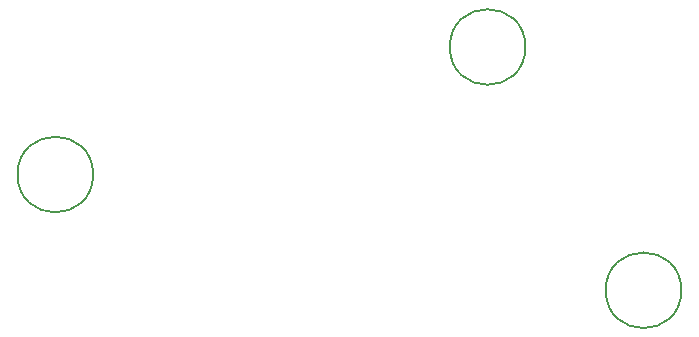
<source format=gbr>
G04 #@! TF.GenerationSoftware,KiCad,Pcbnew,6.0.9-8da3e8f707~116~ubuntu20.04.1*
G04 #@! TF.CreationDate,2023-03-26T14:48:38+00:00*
G04 #@! TF.ProjectId,LEC000042,4c454330-3030-4303-9432-2e6b69636164,rev?*
G04 #@! TF.SameCoordinates,Original*
G04 #@! TF.FileFunction,Other,Comment*
%FSLAX46Y46*%
G04 Gerber Fmt 4.6, Leading zero omitted, Abs format (unit mm)*
G04 Created by KiCad (PCBNEW 6.0.9-8da3e8f707~116~ubuntu20.04.1) date 2023-03-26 14:48:38*
%MOMM*%
%LPD*%
G01*
G04 APERTURE LIST*
%ADD10C,0.150000*%
G04 APERTURE END LIST*
D10*
G04 #@! TO.C,H1*
X12600000Y16700000D02*
G75*
G03*
X12600000Y16700000I-3200000J0D01*
G01*
G04 #@! TO.C,H2*
X62400000Y6900000D02*
G75*
G03*
X62400000Y6900000I-3200000J0D01*
G01*
G04 #@! TO.C,H3*
X49200000Y27500000D02*
G75*
G03*
X49200000Y27500000I-3200000J0D01*
G01*
G04 #@! TD*
M02*

</source>
